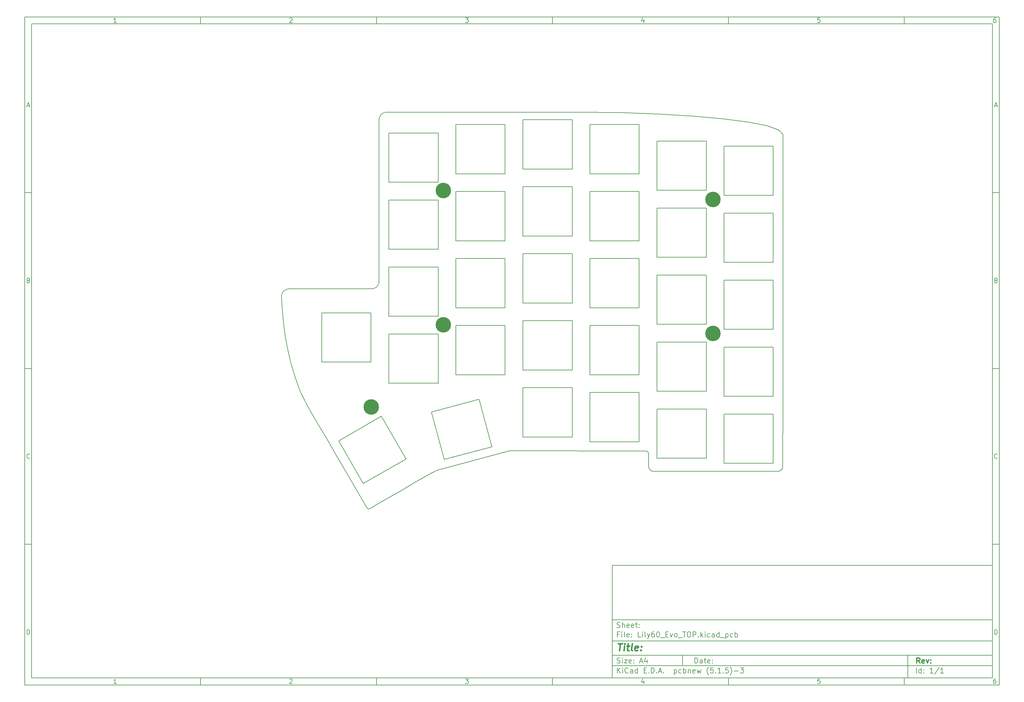
<source format=gbs>
G04 #@! TF.GenerationSoftware,KiCad,Pcbnew,(5.1.5)-3*
G04 #@! TF.CreationDate,2020-05-17T20:09:16+04:00*
G04 #@! TF.ProjectId,Lily60_Evo_TOP,4c696c79-3630-45f4-9576-6f5f544f502e,rev?*
G04 #@! TF.SameCoordinates,Original*
G04 #@! TF.FileFunction,Soldermask,Bot*
G04 #@! TF.FilePolarity,Negative*
%FSLAX46Y46*%
G04 Gerber Fmt 4.6, Leading zero omitted, Abs format (unit mm)*
G04 Created by KiCad (PCBNEW (5.1.5)-3) date 2020-05-17 20:09:16*
%MOMM*%
%LPD*%
G04 APERTURE LIST*
%ADD10C,0.100000*%
%ADD11C,0.150000*%
%ADD12C,0.300000*%
%ADD13C,0.400000*%
%ADD14C,0.200000*%
%ADD15C,4.400000*%
G04 APERTURE END LIST*
D10*
D11*
X177002200Y-166007200D02*
X177002200Y-198007200D01*
X285002200Y-198007200D01*
X285002200Y-166007200D01*
X177002200Y-166007200D01*
D10*
D11*
X10000000Y-10000000D02*
X10000000Y-200007200D01*
X287002200Y-200007200D01*
X287002200Y-10000000D01*
X10000000Y-10000000D01*
D10*
D11*
X12000000Y-12000000D02*
X12000000Y-198007200D01*
X285002200Y-198007200D01*
X285002200Y-12000000D01*
X12000000Y-12000000D01*
D10*
D11*
X60000000Y-12000000D02*
X60000000Y-10000000D01*
D10*
D11*
X110000000Y-12000000D02*
X110000000Y-10000000D01*
D10*
D11*
X160000000Y-12000000D02*
X160000000Y-10000000D01*
D10*
D11*
X210000000Y-12000000D02*
X210000000Y-10000000D01*
D10*
D11*
X260000000Y-12000000D02*
X260000000Y-10000000D01*
D10*
D11*
X36065476Y-11588095D02*
X35322619Y-11588095D01*
X35694047Y-11588095D02*
X35694047Y-10288095D01*
X35570238Y-10473809D01*
X35446428Y-10597619D01*
X35322619Y-10659523D01*
D10*
D11*
X85322619Y-10411904D02*
X85384523Y-10350000D01*
X85508333Y-10288095D01*
X85817857Y-10288095D01*
X85941666Y-10350000D01*
X86003571Y-10411904D01*
X86065476Y-10535714D01*
X86065476Y-10659523D01*
X86003571Y-10845238D01*
X85260714Y-11588095D01*
X86065476Y-11588095D01*
D10*
D11*
X135260714Y-10288095D02*
X136065476Y-10288095D01*
X135632142Y-10783333D01*
X135817857Y-10783333D01*
X135941666Y-10845238D01*
X136003571Y-10907142D01*
X136065476Y-11030952D01*
X136065476Y-11340476D01*
X136003571Y-11464285D01*
X135941666Y-11526190D01*
X135817857Y-11588095D01*
X135446428Y-11588095D01*
X135322619Y-11526190D01*
X135260714Y-11464285D01*
D10*
D11*
X185941666Y-10721428D02*
X185941666Y-11588095D01*
X185632142Y-10226190D02*
X185322619Y-11154761D01*
X186127380Y-11154761D01*
D10*
D11*
X236003571Y-10288095D02*
X235384523Y-10288095D01*
X235322619Y-10907142D01*
X235384523Y-10845238D01*
X235508333Y-10783333D01*
X235817857Y-10783333D01*
X235941666Y-10845238D01*
X236003571Y-10907142D01*
X236065476Y-11030952D01*
X236065476Y-11340476D01*
X236003571Y-11464285D01*
X235941666Y-11526190D01*
X235817857Y-11588095D01*
X235508333Y-11588095D01*
X235384523Y-11526190D01*
X235322619Y-11464285D01*
D10*
D11*
X285941666Y-10288095D02*
X285694047Y-10288095D01*
X285570238Y-10350000D01*
X285508333Y-10411904D01*
X285384523Y-10597619D01*
X285322619Y-10845238D01*
X285322619Y-11340476D01*
X285384523Y-11464285D01*
X285446428Y-11526190D01*
X285570238Y-11588095D01*
X285817857Y-11588095D01*
X285941666Y-11526190D01*
X286003571Y-11464285D01*
X286065476Y-11340476D01*
X286065476Y-11030952D01*
X286003571Y-10907142D01*
X285941666Y-10845238D01*
X285817857Y-10783333D01*
X285570238Y-10783333D01*
X285446428Y-10845238D01*
X285384523Y-10907142D01*
X285322619Y-11030952D01*
D10*
D11*
X60000000Y-198007200D02*
X60000000Y-200007200D01*
D10*
D11*
X110000000Y-198007200D02*
X110000000Y-200007200D01*
D10*
D11*
X160000000Y-198007200D02*
X160000000Y-200007200D01*
D10*
D11*
X210000000Y-198007200D02*
X210000000Y-200007200D01*
D10*
D11*
X260000000Y-198007200D02*
X260000000Y-200007200D01*
D10*
D11*
X36065476Y-199595295D02*
X35322619Y-199595295D01*
X35694047Y-199595295D02*
X35694047Y-198295295D01*
X35570238Y-198481009D01*
X35446428Y-198604819D01*
X35322619Y-198666723D01*
D10*
D11*
X85322619Y-198419104D02*
X85384523Y-198357200D01*
X85508333Y-198295295D01*
X85817857Y-198295295D01*
X85941666Y-198357200D01*
X86003571Y-198419104D01*
X86065476Y-198542914D01*
X86065476Y-198666723D01*
X86003571Y-198852438D01*
X85260714Y-199595295D01*
X86065476Y-199595295D01*
D10*
D11*
X135260714Y-198295295D02*
X136065476Y-198295295D01*
X135632142Y-198790533D01*
X135817857Y-198790533D01*
X135941666Y-198852438D01*
X136003571Y-198914342D01*
X136065476Y-199038152D01*
X136065476Y-199347676D01*
X136003571Y-199471485D01*
X135941666Y-199533390D01*
X135817857Y-199595295D01*
X135446428Y-199595295D01*
X135322619Y-199533390D01*
X135260714Y-199471485D01*
D10*
D11*
X185941666Y-198728628D02*
X185941666Y-199595295D01*
X185632142Y-198233390D02*
X185322619Y-199161961D01*
X186127380Y-199161961D01*
D10*
D11*
X236003571Y-198295295D02*
X235384523Y-198295295D01*
X235322619Y-198914342D01*
X235384523Y-198852438D01*
X235508333Y-198790533D01*
X235817857Y-198790533D01*
X235941666Y-198852438D01*
X236003571Y-198914342D01*
X236065476Y-199038152D01*
X236065476Y-199347676D01*
X236003571Y-199471485D01*
X235941666Y-199533390D01*
X235817857Y-199595295D01*
X235508333Y-199595295D01*
X235384523Y-199533390D01*
X235322619Y-199471485D01*
D10*
D11*
X285941666Y-198295295D02*
X285694047Y-198295295D01*
X285570238Y-198357200D01*
X285508333Y-198419104D01*
X285384523Y-198604819D01*
X285322619Y-198852438D01*
X285322619Y-199347676D01*
X285384523Y-199471485D01*
X285446428Y-199533390D01*
X285570238Y-199595295D01*
X285817857Y-199595295D01*
X285941666Y-199533390D01*
X286003571Y-199471485D01*
X286065476Y-199347676D01*
X286065476Y-199038152D01*
X286003571Y-198914342D01*
X285941666Y-198852438D01*
X285817857Y-198790533D01*
X285570238Y-198790533D01*
X285446428Y-198852438D01*
X285384523Y-198914342D01*
X285322619Y-199038152D01*
D10*
D11*
X10000000Y-60000000D02*
X12000000Y-60000000D01*
D10*
D11*
X10000000Y-110000000D02*
X12000000Y-110000000D01*
D10*
D11*
X10000000Y-160000000D02*
X12000000Y-160000000D01*
D10*
D11*
X10690476Y-35216666D02*
X11309523Y-35216666D01*
X10566666Y-35588095D02*
X11000000Y-34288095D01*
X11433333Y-35588095D01*
D10*
D11*
X11092857Y-84907142D02*
X11278571Y-84969047D01*
X11340476Y-85030952D01*
X11402380Y-85154761D01*
X11402380Y-85340476D01*
X11340476Y-85464285D01*
X11278571Y-85526190D01*
X11154761Y-85588095D01*
X10659523Y-85588095D01*
X10659523Y-84288095D01*
X11092857Y-84288095D01*
X11216666Y-84350000D01*
X11278571Y-84411904D01*
X11340476Y-84535714D01*
X11340476Y-84659523D01*
X11278571Y-84783333D01*
X11216666Y-84845238D01*
X11092857Y-84907142D01*
X10659523Y-84907142D01*
D10*
D11*
X11402380Y-135464285D02*
X11340476Y-135526190D01*
X11154761Y-135588095D01*
X11030952Y-135588095D01*
X10845238Y-135526190D01*
X10721428Y-135402380D01*
X10659523Y-135278571D01*
X10597619Y-135030952D01*
X10597619Y-134845238D01*
X10659523Y-134597619D01*
X10721428Y-134473809D01*
X10845238Y-134350000D01*
X11030952Y-134288095D01*
X11154761Y-134288095D01*
X11340476Y-134350000D01*
X11402380Y-134411904D01*
D10*
D11*
X10659523Y-185588095D02*
X10659523Y-184288095D01*
X10969047Y-184288095D01*
X11154761Y-184350000D01*
X11278571Y-184473809D01*
X11340476Y-184597619D01*
X11402380Y-184845238D01*
X11402380Y-185030952D01*
X11340476Y-185278571D01*
X11278571Y-185402380D01*
X11154761Y-185526190D01*
X10969047Y-185588095D01*
X10659523Y-185588095D01*
D10*
D11*
X287002200Y-60000000D02*
X285002200Y-60000000D01*
D10*
D11*
X287002200Y-110000000D02*
X285002200Y-110000000D01*
D10*
D11*
X287002200Y-160000000D02*
X285002200Y-160000000D01*
D10*
D11*
X285692676Y-35216666D02*
X286311723Y-35216666D01*
X285568866Y-35588095D02*
X286002200Y-34288095D01*
X286435533Y-35588095D01*
D10*
D11*
X286095057Y-84907142D02*
X286280771Y-84969047D01*
X286342676Y-85030952D01*
X286404580Y-85154761D01*
X286404580Y-85340476D01*
X286342676Y-85464285D01*
X286280771Y-85526190D01*
X286156961Y-85588095D01*
X285661723Y-85588095D01*
X285661723Y-84288095D01*
X286095057Y-84288095D01*
X286218866Y-84350000D01*
X286280771Y-84411904D01*
X286342676Y-84535714D01*
X286342676Y-84659523D01*
X286280771Y-84783333D01*
X286218866Y-84845238D01*
X286095057Y-84907142D01*
X285661723Y-84907142D01*
D10*
D11*
X286404580Y-135464285D02*
X286342676Y-135526190D01*
X286156961Y-135588095D01*
X286033152Y-135588095D01*
X285847438Y-135526190D01*
X285723628Y-135402380D01*
X285661723Y-135278571D01*
X285599819Y-135030952D01*
X285599819Y-134845238D01*
X285661723Y-134597619D01*
X285723628Y-134473809D01*
X285847438Y-134350000D01*
X286033152Y-134288095D01*
X286156961Y-134288095D01*
X286342676Y-134350000D01*
X286404580Y-134411904D01*
D10*
D11*
X285661723Y-185588095D02*
X285661723Y-184288095D01*
X285971247Y-184288095D01*
X286156961Y-184350000D01*
X286280771Y-184473809D01*
X286342676Y-184597619D01*
X286404580Y-184845238D01*
X286404580Y-185030952D01*
X286342676Y-185278571D01*
X286280771Y-185402380D01*
X286156961Y-185526190D01*
X285971247Y-185588095D01*
X285661723Y-185588095D01*
D10*
D11*
X200434342Y-193785771D02*
X200434342Y-192285771D01*
X200791485Y-192285771D01*
X201005771Y-192357200D01*
X201148628Y-192500057D01*
X201220057Y-192642914D01*
X201291485Y-192928628D01*
X201291485Y-193142914D01*
X201220057Y-193428628D01*
X201148628Y-193571485D01*
X201005771Y-193714342D01*
X200791485Y-193785771D01*
X200434342Y-193785771D01*
X202577200Y-193785771D02*
X202577200Y-193000057D01*
X202505771Y-192857200D01*
X202362914Y-192785771D01*
X202077200Y-192785771D01*
X201934342Y-192857200D01*
X202577200Y-193714342D02*
X202434342Y-193785771D01*
X202077200Y-193785771D01*
X201934342Y-193714342D01*
X201862914Y-193571485D01*
X201862914Y-193428628D01*
X201934342Y-193285771D01*
X202077200Y-193214342D01*
X202434342Y-193214342D01*
X202577200Y-193142914D01*
X203077200Y-192785771D02*
X203648628Y-192785771D01*
X203291485Y-192285771D02*
X203291485Y-193571485D01*
X203362914Y-193714342D01*
X203505771Y-193785771D01*
X203648628Y-193785771D01*
X204720057Y-193714342D02*
X204577200Y-193785771D01*
X204291485Y-193785771D01*
X204148628Y-193714342D01*
X204077200Y-193571485D01*
X204077200Y-193000057D01*
X204148628Y-192857200D01*
X204291485Y-192785771D01*
X204577200Y-192785771D01*
X204720057Y-192857200D01*
X204791485Y-193000057D01*
X204791485Y-193142914D01*
X204077200Y-193285771D01*
X205434342Y-193642914D02*
X205505771Y-193714342D01*
X205434342Y-193785771D01*
X205362914Y-193714342D01*
X205434342Y-193642914D01*
X205434342Y-193785771D01*
X205434342Y-192857200D02*
X205505771Y-192928628D01*
X205434342Y-193000057D01*
X205362914Y-192928628D01*
X205434342Y-192857200D01*
X205434342Y-193000057D01*
D10*
D11*
X177002200Y-194507200D02*
X285002200Y-194507200D01*
D10*
D11*
X178434342Y-196585771D02*
X178434342Y-195085771D01*
X179291485Y-196585771D02*
X178648628Y-195728628D01*
X179291485Y-195085771D02*
X178434342Y-195942914D01*
X179934342Y-196585771D02*
X179934342Y-195585771D01*
X179934342Y-195085771D02*
X179862914Y-195157200D01*
X179934342Y-195228628D01*
X180005771Y-195157200D01*
X179934342Y-195085771D01*
X179934342Y-195228628D01*
X181505771Y-196442914D02*
X181434342Y-196514342D01*
X181220057Y-196585771D01*
X181077200Y-196585771D01*
X180862914Y-196514342D01*
X180720057Y-196371485D01*
X180648628Y-196228628D01*
X180577200Y-195942914D01*
X180577200Y-195728628D01*
X180648628Y-195442914D01*
X180720057Y-195300057D01*
X180862914Y-195157200D01*
X181077200Y-195085771D01*
X181220057Y-195085771D01*
X181434342Y-195157200D01*
X181505771Y-195228628D01*
X182791485Y-196585771D02*
X182791485Y-195800057D01*
X182720057Y-195657200D01*
X182577200Y-195585771D01*
X182291485Y-195585771D01*
X182148628Y-195657200D01*
X182791485Y-196514342D02*
X182648628Y-196585771D01*
X182291485Y-196585771D01*
X182148628Y-196514342D01*
X182077200Y-196371485D01*
X182077200Y-196228628D01*
X182148628Y-196085771D01*
X182291485Y-196014342D01*
X182648628Y-196014342D01*
X182791485Y-195942914D01*
X184148628Y-196585771D02*
X184148628Y-195085771D01*
X184148628Y-196514342D02*
X184005771Y-196585771D01*
X183720057Y-196585771D01*
X183577200Y-196514342D01*
X183505771Y-196442914D01*
X183434342Y-196300057D01*
X183434342Y-195871485D01*
X183505771Y-195728628D01*
X183577200Y-195657200D01*
X183720057Y-195585771D01*
X184005771Y-195585771D01*
X184148628Y-195657200D01*
X186005771Y-195800057D02*
X186505771Y-195800057D01*
X186720057Y-196585771D02*
X186005771Y-196585771D01*
X186005771Y-195085771D01*
X186720057Y-195085771D01*
X187362914Y-196442914D02*
X187434342Y-196514342D01*
X187362914Y-196585771D01*
X187291485Y-196514342D01*
X187362914Y-196442914D01*
X187362914Y-196585771D01*
X188077200Y-196585771D02*
X188077200Y-195085771D01*
X188434342Y-195085771D01*
X188648628Y-195157200D01*
X188791485Y-195300057D01*
X188862914Y-195442914D01*
X188934342Y-195728628D01*
X188934342Y-195942914D01*
X188862914Y-196228628D01*
X188791485Y-196371485D01*
X188648628Y-196514342D01*
X188434342Y-196585771D01*
X188077200Y-196585771D01*
X189577200Y-196442914D02*
X189648628Y-196514342D01*
X189577200Y-196585771D01*
X189505771Y-196514342D01*
X189577200Y-196442914D01*
X189577200Y-196585771D01*
X190220057Y-196157200D02*
X190934342Y-196157200D01*
X190077200Y-196585771D02*
X190577200Y-195085771D01*
X191077200Y-196585771D01*
X191577200Y-196442914D02*
X191648628Y-196514342D01*
X191577200Y-196585771D01*
X191505771Y-196514342D01*
X191577200Y-196442914D01*
X191577200Y-196585771D01*
X194577200Y-195585771D02*
X194577200Y-197085771D01*
X194577200Y-195657200D02*
X194720057Y-195585771D01*
X195005771Y-195585771D01*
X195148628Y-195657200D01*
X195220057Y-195728628D01*
X195291485Y-195871485D01*
X195291485Y-196300057D01*
X195220057Y-196442914D01*
X195148628Y-196514342D01*
X195005771Y-196585771D01*
X194720057Y-196585771D01*
X194577200Y-196514342D01*
X196577200Y-196514342D02*
X196434342Y-196585771D01*
X196148628Y-196585771D01*
X196005771Y-196514342D01*
X195934342Y-196442914D01*
X195862914Y-196300057D01*
X195862914Y-195871485D01*
X195934342Y-195728628D01*
X196005771Y-195657200D01*
X196148628Y-195585771D01*
X196434342Y-195585771D01*
X196577200Y-195657200D01*
X197220057Y-196585771D02*
X197220057Y-195085771D01*
X197220057Y-195657200D02*
X197362914Y-195585771D01*
X197648628Y-195585771D01*
X197791485Y-195657200D01*
X197862914Y-195728628D01*
X197934342Y-195871485D01*
X197934342Y-196300057D01*
X197862914Y-196442914D01*
X197791485Y-196514342D01*
X197648628Y-196585771D01*
X197362914Y-196585771D01*
X197220057Y-196514342D01*
X198577200Y-195585771D02*
X198577200Y-196585771D01*
X198577200Y-195728628D02*
X198648628Y-195657200D01*
X198791485Y-195585771D01*
X199005771Y-195585771D01*
X199148628Y-195657200D01*
X199220057Y-195800057D01*
X199220057Y-196585771D01*
X200505771Y-196514342D02*
X200362914Y-196585771D01*
X200077200Y-196585771D01*
X199934342Y-196514342D01*
X199862914Y-196371485D01*
X199862914Y-195800057D01*
X199934342Y-195657200D01*
X200077200Y-195585771D01*
X200362914Y-195585771D01*
X200505771Y-195657200D01*
X200577200Y-195800057D01*
X200577200Y-195942914D01*
X199862914Y-196085771D01*
X201077200Y-195585771D02*
X201362914Y-196585771D01*
X201648628Y-195871485D01*
X201934342Y-196585771D01*
X202220057Y-195585771D01*
X204362914Y-197157200D02*
X204291485Y-197085771D01*
X204148628Y-196871485D01*
X204077200Y-196728628D01*
X204005771Y-196514342D01*
X203934342Y-196157200D01*
X203934342Y-195871485D01*
X204005771Y-195514342D01*
X204077200Y-195300057D01*
X204148628Y-195157200D01*
X204291485Y-194942914D01*
X204362914Y-194871485D01*
X205648628Y-195085771D02*
X204934342Y-195085771D01*
X204862914Y-195800057D01*
X204934342Y-195728628D01*
X205077200Y-195657200D01*
X205434342Y-195657200D01*
X205577200Y-195728628D01*
X205648628Y-195800057D01*
X205720057Y-195942914D01*
X205720057Y-196300057D01*
X205648628Y-196442914D01*
X205577200Y-196514342D01*
X205434342Y-196585771D01*
X205077200Y-196585771D01*
X204934342Y-196514342D01*
X204862914Y-196442914D01*
X206362914Y-196442914D02*
X206434342Y-196514342D01*
X206362914Y-196585771D01*
X206291485Y-196514342D01*
X206362914Y-196442914D01*
X206362914Y-196585771D01*
X207862914Y-196585771D02*
X207005771Y-196585771D01*
X207434342Y-196585771D02*
X207434342Y-195085771D01*
X207291485Y-195300057D01*
X207148628Y-195442914D01*
X207005771Y-195514342D01*
X208505771Y-196442914D02*
X208577200Y-196514342D01*
X208505771Y-196585771D01*
X208434342Y-196514342D01*
X208505771Y-196442914D01*
X208505771Y-196585771D01*
X209934342Y-195085771D02*
X209220057Y-195085771D01*
X209148628Y-195800057D01*
X209220057Y-195728628D01*
X209362914Y-195657200D01*
X209720057Y-195657200D01*
X209862914Y-195728628D01*
X209934342Y-195800057D01*
X210005771Y-195942914D01*
X210005771Y-196300057D01*
X209934342Y-196442914D01*
X209862914Y-196514342D01*
X209720057Y-196585771D01*
X209362914Y-196585771D01*
X209220057Y-196514342D01*
X209148628Y-196442914D01*
X210505771Y-197157200D02*
X210577200Y-197085771D01*
X210720057Y-196871485D01*
X210791485Y-196728628D01*
X210862914Y-196514342D01*
X210934342Y-196157200D01*
X210934342Y-195871485D01*
X210862914Y-195514342D01*
X210791485Y-195300057D01*
X210720057Y-195157200D01*
X210577200Y-194942914D01*
X210505771Y-194871485D01*
X211648628Y-196014342D02*
X212791485Y-196014342D01*
X213362914Y-195085771D02*
X214291485Y-195085771D01*
X213791485Y-195657200D01*
X214005771Y-195657200D01*
X214148628Y-195728628D01*
X214220057Y-195800057D01*
X214291485Y-195942914D01*
X214291485Y-196300057D01*
X214220057Y-196442914D01*
X214148628Y-196514342D01*
X214005771Y-196585771D01*
X213577200Y-196585771D01*
X213434342Y-196514342D01*
X213362914Y-196442914D01*
D10*
D11*
X177002200Y-191507200D02*
X285002200Y-191507200D01*
D10*
D12*
X264411485Y-193785771D02*
X263911485Y-193071485D01*
X263554342Y-193785771D02*
X263554342Y-192285771D01*
X264125771Y-192285771D01*
X264268628Y-192357200D01*
X264340057Y-192428628D01*
X264411485Y-192571485D01*
X264411485Y-192785771D01*
X264340057Y-192928628D01*
X264268628Y-193000057D01*
X264125771Y-193071485D01*
X263554342Y-193071485D01*
X265625771Y-193714342D02*
X265482914Y-193785771D01*
X265197200Y-193785771D01*
X265054342Y-193714342D01*
X264982914Y-193571485D01*
X264982914Y-193000057D01*
X265054342Y-192857200D01*
X265197200Y-192785771D01*
X265482914Y-192785771D01*
X265625771Y-192857200D01*
X265697200Y-193000057D01*
X265697200Y-193142914D01*
X264982914Y-193285771D01*
X266197200Y-192785771D02*
X266554342Y-193785771D01*
X266911485Y-192785771D01*
X267482914Y-193642914D02*
X267554342Y-193714342D01*
X267482914Y-193785771D01*
X267411485Y-193714342D01*
X267482914Y-193642914D01*
X267482914Y-193785771D01*
X267482914Y-192857200D02*
X267554342Y-192928628D01*
X267482914Y-193000057D01*
X267411485Y-192928628D01*
X267482914Y-192857200D01*
X267482914Y-193000057D01*
D10*
D11*
X178362914Y-193714342D02*
X178577200Y-193785771D01*
X178934342Y-193785771D01*
X179077200Y-193714342D01*
X179148628Y-193642914D01*
X179220057Y-193500057D01*
X179220057Y-193357200D01*
X179148628Y-193214342D01*
X179077200Y-193142914D01*
X178934342Y-193071485D01*
X178648628Y-193000057D01*
X178505771Y-192928628D01*
X178434342Y-192857200D01*
X178362914Y-192714342D01*
X178362914Y-192571485D01*
X178434342Y-192428628D01*
X178505771Y-192357200D01*
X178648628Y-192285771D01*
X179005771Y-192285771D01*
X179220057Y-192357200D01*
X179862914Y-193785771D02*
X179862914Y-192785771D01*
X179862914Y-192285771D02*
X179791485Y-192357200D01*
X179862914Y-192428628D01*
X179934342Y-192357200D01*
X179862914Y-192285771D01*
X179862914Y-192428628D01*
X180434342Y-192785771D02*
X181220057Y-192785771D01*
X180434342Y-193785771D01*
X181220057Y-193785771D01*
X182362914Y-193714342D02*
X182220057Y-193785771D01*
X181934342Y-193785771D01*
X181791485Y-193714342D01*
X181720057Y-193571485D01*
X181720057Y-193000057D01*
X181791485Y-192857200D01*
X181934342Y-192785771D01*
X182220057Y-192785771D01*
X182362914Y-192857200D01*
X182434342Y-193000057D01*
X182434342Y-193142914D01*
X181720057Y-193285771D01*
X183077200Y-193642914D02*
X183148628Y-193714342D01*
X183077200Y-193785771D01*
X183005771Y-193714342D01*
X183077200Y-193642914D01*
X183077200Y-193785771D01*
X183077200Y-192857200D02*
X183148628Y-192928628D01*
X183077200Y-193000057D01*
X183005771Y-192928628D01*
X183077200Y-192857200D01*
X183077200Y-193000057D01*
X184862914Y-193357200D02*
X185577200Y-193357200D01*
X184720057Y-193785771D02*
X185220057Y-192285771D01*
X185720057Y-193785771D01*
X186862914Y-192785771D02*
X186862914Y-193785771D01*
X186505771Y-192214342D02*
X186148628Y-193285771D01*
X187077200Y-193285771D01*
D10*
D11*
X263434342Y-196585771D02*
X263434342Y-195085771D01*
X264791485Y-196585771D02*
X264791485Y-195085771D01*
X264791485Y-196514342D02*
X264648628Y-196585771D01*
X264362914Y-196585771D01*
X264220057Y-196514342D01*
X264148628Y-196442914D01*
X264077200Y-196300057D01*
X264077200Y-195871485D01*
X264148628Y-195728628D01*
X264220057Y-195657200D01*
X264362914Y-195585771D01*
X264648628Y-195585771D01*
X264791485Y-195657200D01*
X265505771Y-196442914D02*
X265577200Y-196514342D01*
X265505771Y-196585771D01*
X265434342Y-196514342D01*
X265505771Y-196442914D01*
X265505771Y-196585771D01*
X265505771Y-195657200D02*
X265577200Y-195728628D01*
X265505771Y-195800057D01*
X265434342Y-195728628D01*
X265505771Y-195657200D01*
X265505771Y-195800057D01*
X268148628Y-196585771D02*
X267291485Y-196585771D01*
X267720057Y-196585771D02*
X267720057Y-195085771D01*
X267577200Y-195300057D01*
X267434342Y-195442914D01*
X267291485Y-195514342D01*
X269862914Y-195014342D02*
X268577200Y-196942914D01*
X271148628Y-196585771D02*
X270291485Y-196585771D01*
X270720057Y-196585771D02*
X270720057Y-195085771D01*
X270577200Y-195300057D01*
X270434342Y-195442914D01*
X270291485Y-195514342D01*
D10*
D11*
X177002200Y-187507200D02*
X285002200Y-187507200D01*
D10*
D13*
X178714580Y-188211961D02*
X179857438Y-188211961D01*
X179036009Y-190211961D02*
X179286009Y-188211961D01*
X180274104Y-190211961D02*
X180440771Y-188878628D01*
X180524104Y-188211961D02*
X180416961Y-188307200D01*
X180500295Y-188402438D01*
X180607438Y-188307200D01*
X180524104Y-188211961D01*
X180500295Y-188402438D01*
X181107438Y-188878628D02*
X181869342Y-188878628D01*
X181476485Y-188211961D02*
X181262200Y-189926247D01*
X181333628Y-190116723D01*
X181512200Y-190211961D01*
X181702676Y-190211961D01*
X182655057Y-190211961D02*
X182476485Y-190116723D01*
X182405057Y-189926247D01*
X182619342Y-188211961D01*
X184190771Y-190116723D02*
X183988390Y-190211961D01*
X183607438Y-190211961D01*
X183428866Y-190116723D01*
X183357438Y-189926247D01*
X183452676Y-189164342D01*
X183571723Y-188973866D01*
X183774104Y-188878628D01*
X184155057Y-188878628D01*
X184333628Y-188973866D01*
X184405057Y-189164342D01*
X184381247Y-189354819D01*
X183405057Y-189545295D01*
X185155057Y-190021485D02*
X185238390Y-190116723D01*
X185131247Y-190211961D01*
X185047914Y-190116723D01*
X185155057Y-190021485D01*
X185131247Y-190211961D01*
X185286009Y-188973866D02*
X185369342Y-189069104D01*
X185262200Y-189164342D01*
X185178866Y-189069104D01*
X185286009Y-188973866D01*
X185262200Y-189164342D01*
D10*
D11*
X178934342Y-185600057D02*
X178434342Y-185600057D01*
X178434342Y-186385771D02*
X178434342Y-184885771D01*
X179148628Y-184885771D01*
X179720057Y-186385771D02*
X179720057Y-185385771D01*
X179720057Y-184885771D02*
X179648628Y-184957200D01*
X179720057Y-185028628D01*
X179791485Y-184957200D01*
X179720057Y-184885771D01*
X179720057Y-185028628D01*
X180648628Y-186385771D02*
X180505771Y-186314342D01*
X180434342Y-186171485D01*
X180434342Y-184885771D01*
X181791485Y-186314342D02*
X181648628Y-186385771D01*
X181362914Y-186385771D01*
X181220057Y-186314342D01*
X181148628Y-186171485D01*
X181148628Y-185600057D01*
X181220057Y-185457200D01*
X181362914Y-185385771D01*
X181648628Y-185385771D01*
X181791485Y-185457200D01*
X181862914Y-185600057D01*
X181862914Y-185742914D01*
X181148628Y-185885771D01*
X182505771Y-186242914D02*
X182577200Y-186314342D01*
X182505771Y-186385771D01*
X182434342Y-186314342D01*
X182505771Y-186242914D01*
X182505771Y-186385771D01*
X182505771Y-185457200D02*
X182577200Y-185528628D01*
X182505771Y-185600057D01*
X182434342Y-185528628D01*
X182505771Y-185457200D01*
X182505771Y-185600057D01*
X185077200Y-186385771D02*
X184362914Y-186385771D01*
X184362914Y-184885771D01*
X185577200Y-186385771D02*
X185577200Y-185385771D01*
X185577200Y-184885771D02*
X185505771Y-184957200D01*
X185577200Y-185028628D01*
X185648628Y-184957200D01*
X185577200Y-184885771D01*
X185577200Y-185028628D01*
X186505771Y-186385771D02*
X186362914Y-186314342D01*
X186291485Y-186171485D01*
X186291485Y-184885771D01*
X186934342Y-185385771D02*
X187291485Y-186385771D01*
X187648628Y-185385771D02*
X187291485Y-186385771D01*
X187148628Y-186742914D01*
X187077200Y-186814342D01*
X186934342Y-186885771D01*
X188862914Y-184885771D02*
X188577200Y-184885771D01*
X188434342Y-184957200D01*
X188362914Y-185028628D01*
X188220057Y-185242914D01*
X188148628Y-185528628D01*
X188148628Y-186100057D01*
X188220057Y-186242914D01*
X188291485Y-186314342D01*
X188434342Y-186385771D01*
X188720057Y-186385771D01*
X188862914Y-186314342D01*
X188934342Y-186242914D01*
X189005771Y-186100057D01*
X189005771Y-185742914D01*
X188934342Y-185600057D01*
X188862914Y-185528628D01*
X188720057Y-185457200D01*
X188434342Y-185457200D01*
X188291485Y-185528628D01*
X188220057Y-185600057D01*
X188148628Y-185742914D01*
X189934342Y-184885771D02*
X190077200Y-184885771D01*
X190220057Y-184957200D01*
X190291485Y-185028628D01*
X190362914Y-185171485D01*
X190434342Y-185457200D01*
X190434342Y-185814342D01*
X190362914Y-186100057D01*
X190291485Y-186242914D01*
X190220057Y-186314342D01*
X190077200Y-186385771D01*
X189934342Y-186385771D01*
X189791485Y-186314342D01*
X189720057Y-186242914D01*
X189648628Y-186100057D01*
X189577200Y-185814342D01*
X189577200Y-185457200D01*
X189648628Y-185171485D01*
X189720057Y-185028628D01*
X189791485Y-184957200D01*
X189934342Y-184885771D01*
X190720057Y-186528628D02*
X191862914Y-186528628D01*
X192220057Y-185600057D02*
X192720057Y-185600057D01*
X192934342Y-186385771D02*
X192220057Y-186385771D01*
X192220057Y-184885771D01*
X192934342Y-184885771D01*
X193434342Y-185385771D02*
X193791485Y-186385771D01*
X194148628Y-185385771D01*
X194934342Y-186385771D02*
X194791485Y-186314342D01*
X194720057Y-186242914D01*
X194648628Y-186100057D01*
X194648628Y-185671485D01*
X194720057Y-185528628D01*
X194791485Y-185457200D01*
X194934342Y-185385771D01*
X195148628Y-185385771D01*
X195291485Y-185457200D01*
X195362914Y-185528628D01*
X195434342Y-185671485D01*
X195434342Y-186100057D01*
X195362914Y-186242914D01*
X195291485Y-186314342D01*
X195148628Y-186385771D01*
X194934342Y-186385771D01*
X195720057Y-186528628D02*
X196862914Y-186528628D01*
X197005771Y-184885771D02*
X197862914Y-184885771D01*
X197434342Y-186385771D02*
X197434342Y-184885771D01*
X198648628Y-184885771D02*
X198934342Y-184885771D01*
X199077200Y-184957200D01*
X199220057Y-185100057D01*
X199291485Y-185385771D01*
X199291485Y-185885771D01*
X199220057Y-186171485D01*
X199077200Y-186314342D01*
X198934342Y-186385771D01*
X198648628Y-186385771D01*
X198505771Y-186314342D01*
X198362914Y-186171485D01*
X198291485Y-185885771D01*
X198291485Y-185385771D01*
X198362914Y-185100057D01*
X198505771Y-184957200D01*
X198648628Y-184885771D01*
X199934342Y-186385771D02*
X199934342Y-184885771D01*
X200505771Y-184885771D01*
X200648628Y-184957200D01*
X200720057Y-185028628D01*
X200791485Y-185171485D01*
X200791485Y-185385771D01*
X200720057Y-185528628D01*
X200648628Y-185600057D01*
X200505771Y-185671485D01*
X199934342Y-185671485D01*
X201434342Y-186242914D02*
X201505771Y-186314342D01*
X201434342Y-186385771D01*
X201362914Y-186314342D01*
X201434342Y-186242914D01*
X201434342Y-186385771D01*
X202148628Y-186385771D02*
X202148628Y-184885771D01*
X202291485Y-185814342D02*
X202720057Y-186385771D01*
X202720057Y-185385771D02*
X202148628Y-185957200D01*
X203362914Y-186385771D02*
X203362914Y-185385771D01*
X203362914Y-184885771D02*
X203291485Y-184957200D01*
X203362914Y-185028628D01*
X203434342Y-184957200D01*
X203362914Y-184885771D01*
X203362914Y-185028628D01*
X204720057Y-186314342D02*
X204577200Y-186385771D01*
X204291485Y-186385771D01*
X204148628Y-186314342D01*
X204077200Y-186242914D01*
X204005771Y-186100057D01*
X204005771Y-185671485D01*
X204077200Y-185528628D01*
X204148628Y-185457200D01*
X204291485Y-185385771D01*
X204577200Y-185385771D01*
X204720057Y-185457200D01*
X206005771Y-186385771D02*
X206005771Y-185600057D01*
X205934342Y-185457200D01*
X205791485Y-185385771D01*
X205505771Y-185385771D01*
X205362914Y-185457200D01*
X206005771Y-186314342D02*
X205862914Y-186385771D01*
X205505771Y-186385771D01*
X205362914Y-186314342D01*
X205291485Y-186171485D01*
X205291485Y-186028628D01*
X205362914Y-185885771D01*
X205505771Y-185814342D01*
X205862914Y-185814342D01*
X206005771Y-185742914D01*
X207362914Y-186385771D02*
X207362914Y-184885771D01*
X207362914Y-186314342D02*
X207220057Y-186385771D01*
X206934342Y-186385771D01*
X206791485Y-186314342D01*
X206720057Y-186242914D01*
X206648628Y-186100057D01*
X206648628Y-185671485D01*
X206720057Y-185528628D01*
X206791485Y-185457200D01*
X206934342Y-185385771D01*
X207220057Y-185385771D01*
X207362914Y-185457200D01*
X207720057Y-186528628D02*
X208862914Y-186528628D01*
X209220057Y-185385771D02*
X209220057Y-186885771D01*
X209220057Y-185457200D02*
X209362914Y-185385771D01*
X209648628Y-185385771D01*
X209791485Y-185457200D01*
X209862914Y-185528628D01*
X209934342Y-185671485D01*
X209934342Y-186100057D01*
X209862914Y-186242914D01*
X209791485Y-186314342D01*
X209648628Y-186385771D01*
X209362914Y-186385771D01*
X209220057Y-186314342D01*
X211220057Y-186314342D02*
X211077200Y-186385771D01*
X210791485Y-186385771D01*
X210648628Y-186314342D01*
X210577200Y-186242914D01*
X210505771Y-186100057D01*
X210505771Y-185671485D01*
X210577200Y-185528628D01*
X210648628Y-185457200D01*
X210791485Y-185385771D01*
X211077200Y-185385771D01*
X211220057Y-185457200D01*
X211862914Y-186385771D02*
X211862914Y-184885771D01*
X211862914Y-185457200D02*
X212005771Y-185385771D01*
X212291485Y-185385771D01*
X212434342Y-185457200D01*
X212505771Y-185528628D01*
X212577200Y-185671485D01*
X212577200Y-186100057D01*
X212505771Y-186242914D01*
X212434342Y-186314342D01*
X212291485Y-186385771D01*
X212005771Y-186385771D01*
X211862914Y-186314342D01*
D10*
D11*
X177002200Y-181507200D02*
X285002200Y-181507200D01*
D10*
D11*
X178362914Y-183614342D02*
X178577200Y-183685771D01*
X178934342Y-183685771D01*
X179077200Y-183614342D01*
X179148628Y-183542914D01*
X179220057Y-183400057D01*
X179220057Y-183257200D01*
X179148628Y-183114342D01*
X179077200Y-183042914D01*
X178934342Y-182971485D01*
X178648628Y-182900057D01*
X178505771Y-182828628D01*
X178434342Y-182757200D01*
X178362914Y-182614342D01*
X178362914Y-182471485D01*
X178434342Y-182328628D01*
X178505771Y-182257200D01*
X178648628Y-182185771D01*
X179005771Y-182185771D01*
X179220057Y-182257200D01*
X179862914Y-183685771D02*
X179862914Y-182185771D01*
X180505771Y-183685771D02*
X180505771Y-182900057D01*
X180434342Y-182757200D01*
X180291485Y-182685771D01*
X180077200Y-182685771D01*
X179934342Y-182757200D01*
X179862914Y-182828628D01*
X181791485Y-183614342D02*
X181648628Y-183685771D01*
X181362914Y-183685771D01*
X181220057Y-183614342D01*
X181148628Y-183471485D01*
X181148628Y-182900057D01*
X181220057Y-182757200D01*
X181362914Y-182685771D01*
X181648628Y-182685771D01*
X181791485Y-182757200D01*
X181862914Y-182900057D01*
X181862914Y-183042914D01*
X181148628Y-183185771D01*
X183077200Y-183614342D02*
X182934342Y-183685771D01*
X182648628Y-183685771D01*
X182505771Y-183614342D01*
X182434342Y-183471485D01*
X182434342Y-182900057D01*
X182505771Y-182757200D01*
X182648628Y-182685771D01*
X182934342Y-182685771D01*
X183077200Y-182757200D01*
X183148628Y-182900057D01*
X183148628Y-183042914D01*
X182434342Y-183185771D01*
X183577200Y-182685771D02*
X184148628Y-182685771D01*
X183791485Y-182185771D02*
X183791485Y-183471485D01*
X183862914Y-183614342D01*
X184005771Y-183685771D01*
X184148628Y-183685771D01*
X184648628Y-183542914D02*
X184720057Y-183614342D01*
X184648628Y-183685771D01*
X184577200Y-183614342D01*
X184648628Y-183542914D01*
X184648628Y-183685771D01*
X184648628Y-182757200D02*
X184720057Y-182828628D01*
X184648628Y-182900057D01*
X184577200Y-182828628D01*
X184648628Y-182757200D01*
X184648628Y-182900057D01*
D10*
D11*
X197002200Y-191507200D02*
X197002200Y-194507200D01*
D10*
D11*
X261002200Y-191507200D02*
X261002200Y-198007200D01*
D14*
X225444553Y-138027496D02*
X225357217Y-138309152D01*
X225219001Y-138563961D02*
X225035913Y-138785913D01*
X224559152Y-139107218D02*
X224277496Y-139194553D01*
X225450000Y-137750000D02*
X225444553Y-138027496D01*
X225035913Y-138785913D02*
X224813960Y-138969002D01*
X224813960Y-138969002D02*
X224559152Y-139107218D01*
X225357217Y-138309152D02*
X225219001Y-138563961D01*
X204850000Y-139200000D02*
X224277496Y-139194553D01*
X225459999Y-119289735D02*
X225450000Y-137750000D01*
X208700000Y-122950000D02*
X222700000Y-122950000D01*
X222700000Y-122950000D02*
X222700000Y-136950000D01*
X222700000Y-136950000D02*
X208700000Y-136950000D01*
X208700000Y-136950000D02*
X208700000Y-122950000D01*
X106241750Y-142715431D02*
X99241752Y-130591074D01*
X118366106Y-135715431D02*
X106241750Y-142715431D01*
X111366105Y-123591077D02*
X118366106Y-135715431D01*
X99241752Y-130591074D02*
X111366105Y-123591077D01*
X129249637Y-135874873D02*
X125626172Y-122351912D01*
X142772599Y-132251408D02*
X129249637Y-135874873D01*
X139149132Y-118728447D02*
X142772599Y-132251408D01*
X125626172Y-122351912D02*
X139149132Y-118728447D01*
X208700000Y-117900000D02*
X208700000Y-103900000D01*
X222700000Y-117900000D02*
X208700000Y-117900000D01*
X222700000Y-103900000D02*
X222700000Y-117900000D01*
X208700000Y-103900000D02*
X222700000Y-103900000D01*
X208700000Y-98850000D02*
X208700000Y-84850000D01*
X222700000Y-98850000D02*
X208700000Y-98850000D01*
X222700000Y-84850000D02*
X222700000Y-98850000D01*
X208700000Y-84850000D02*
X222700000Y-84850000D01*
X208700000Y-79800000D02*
X208700000Y-65800000D01*
X222700000Y-79800000D02*
X208700000Y-79800000D01*
X222700000Y-65800000D02*
X222700000Y-79800000D01*
X208700000Y-65800000D02*
X222700000Y-65800000D01*
X208700000Y-60750000D02*
X208700000Y-46750000D01*
X222700000Y-60750000D02*
X208700000Y-60750000D01*
X222700000Y-46750000D02*
X222700000Y-60750000D01*
X208700000Y-46750000D02*
X222700000Y-46750000D01*
X189700000Y-135500000D02*
X189700000Y-121500000D01*
X203700000Y-135500000D02*
X189700000Y-135500000D01*
X203700000Y-121500000D02*
X203700000Y-135500000D01*
X189700000Y-121500000D02*
X203700000Y-121500000D01*
X189700000Y-116450000D02*
X189700000Y-102450000D01*
X203700000Y-116450000D02*
X189700000Y-116450000D01*
X203700000Y-102450000D02*
X203700000Y-116450000D01*
X189700000Y-102450000D02*
X203700000Y-102450000D01*
X189700000Y-97400000D02*
X189700000Y-83400000D01*
X203700000Y-97400000D02*
X189700000Y-97400000D01*
X203700000Y-83400000D02*
X203700000Y-97400000D01*
X189700000Y-83400000D02*
X203700000Y-83400000D01*
X189700000Y-78350000D02*
X189700000Y-64350000D01*
X203700000Y-78350000D02*
X189700000Y-78350000D01*
X203700000Y-64350000D02*
X203700000Y-78350000D01*
X189700000Y-64350000D02*
X203700000Y-64350000D01*
X189700000Y-59300000D02*
X189700000Y-45300000D01*
X203700000Y-59300000D02*
X189700000Y-59300000D01*
X203700000Y-45300000D02*
X203700000Y-59300000D01*
X189700000Y-45300000D02*
X203700000Y-45300000D01*
X170600000Y-130800000D02*
X170600000Y-116800000D01*
X184600000Y-130800000D02*
X170600000Y-130800000D01*
X184600000Y-116800000D02*
X184600000Y-130800000D01*
X170600000Y-116800000D02*
X184600000Y-116800000D01*
X170600000Y-111750000D02*
X170600000Y-97750000D01*
X184600000Y-111750000D02*
X170600000Y-111750000D01*
X184600000Y-97750000D02*
X184600000Y-111750000D01*
X170600000Y-97750000D02*
X184600000Y-97750000D01*
X170600000Y-92700000D02*
X170600000Y-78700000D01*
X184600000Y-92700000D02*
X170600000Y-92700000D01*
X184600000Y-78700000D02*
X184600000Y-92700000D01*
X170600000Y-78700000D02*
X184600000Y-78700000D01*
X170600000Y-73650000D02*
X170600000Y-59650000D01*
X184600000Y-73650000D02*
X170600000Y-73650000D01*
X184600000Y-59650000D02*
X184600000Y-73650000D01*
X170600000Y-59650000D02*
X184600000Y-59650000D01*
X170600000Y-54600000D02*
X170600000Y-40600000D01*
X184600000Y-54600000D02*
X170600000Y-54600000D01*
X184600000Y-40600000D02*
X184600000Y-54600000D01*
X170600000Y-40600000D02*
X184600000Y-40600000D01*
X94400000Y-108150000D02*
X94400000Y-94150000D01*
X108400000Y-108150000D02*
X94400000Y-108150000D01*
X108400000Y-94150000D02*
X108400000Y-108150000D01*
X94400000Y-94150000D02*
X108400000Y-94150000D01*
X113500000Y-114150000D02*
X113500000Y-100150000D01*
X127500000Y-114150000D02*
X113500000Y-114150000D01*
X127500000Y-100150000D02*
X127500000Y-114150000D01*
X113500000Y-100150000D02*
X127500000Y-100150000D01*
X113500000Y-95100000D02*
X113500000Y-81100000D01*
X127500000Y-95100000D02*
X113500000Y-95100000D01*
X127500000Y-81100000D02*
X127500000Y-95100000D01*
X113500000Y-81100000D02*
X127500000Y-81100000D01*
X113500000Y-76050000D02*
X113500000Y-62050000D01*
X127500000Y-76050000D02*
X113500000Y-76050000D01*
X127500000Y-62050000D02*
X127500000Y-76050000D01*
X113500000Y-62050000D02*
X127500000Y-62050000D01*
X132500000Y-111750000D02*
X132500000Y-97750000D01*
X146500000Y-111750000D02*
X132500000Y-111750000D01*
X146500000Y-97750000D02*
X146500000Y-111750000D01*
X132500000Y-97750000D02*
X146500000Y-97750000D01*
X132500000Y-92700000D02*
X132500000Y-78700000D01*
X146500000Y-92700000D02*
X132500000Y-92700000D01*
X146500000Y-78700000D02*
X146500000Y-92700000D01*
X132500000Y-78700000D02*
X146500000Y-78700000D01*
X132500000Y-73650000D02*
X132500000Y-59650000D01*
X146500000Y-73650000D02*
X132500000Y-73650000D01*
X146500000Y-59650000D02*
X146500000Y-73650000D01*
X132500000Y-59650000D02*
X146500000Y-59650000D01*
X151600000Y-129450000D02*
X151600000Y-115450000D01*
X165600000Y-129450000D02*
X151600000Y-129450000D01*
X165600000Y-115450000D02*
X165600000Y-129450000D01*
X151600000Y-115450000D02*
X165600000Y-115450000D01*
X151600000Y-110400000D02*
X151600000Y-96400000D01*
X165600000Y-110400000D02*
X151600000Y-110400000D01*
X165600000Y-96400000D02*
X165600000Y-110400000D01*
X151600000Y-96400000D02*
X165600000Y-96400000D01*
X151600000Y-91350000D02*
X151600000Y-77350000D01*
X165600000Y-91350000D02*
X151600000Y-91350000D01*
X165600000Y-77350000D02*
X165600000Y-91350000D01*
X151600000Y-77350000D02*
X165600000Y-77350000D01*
X151600000Y-72300000D02*
X151600000Y-58300000D01*
X165600000Y-72300000D02*
X151600000Y-72300000D01*
X165600000Y-58300000D02*
X165600000Y-72300000D01*
X151600000Y-58300000D02*
X165600000Y-58300000D01*
X151600000Y-53250000D02*
X151600000Y-39250000D01*
X165600000Y-53250000D02*
X151600000Y-53250000D01*
X165600000Y-39250000D02*
X165600000Y-53250000D01*
X151600000Y-39250000D02*
X165600000Y-39250000D01*
X132500000Y-54600000D02*
X132500000Y-40600000D01*
X146500000Y-54600000D02*
X132500000Y-54600000D01*
X146500000Y-40600000D02*
X146500000Y-54600000D01*
X132500000Y-40600000D02*
X146500000Y-40600000D01*
X113500000Y-57000000D02*
X113500000Y-43000000D01*
X127500000Y-57000000D02*
X113500000Y-57000000D01*
X127500000Y-43000000D02*
X127500000Y-57000000D01*
X113500000Y-43000000D02*
X127500000Y-43000000D01*
X111105790Y-38059525D02*
X110903109Y-38433244D01*
X83948756Y-87719784D02*
X83624327Y-87986874D01*
X83624327Y-87986874D02*
X83357586Y-88311735D01*
X109761041Y-86972420D02*
X110086513Y-86703891D01*
X109387388Y-87175137D02*
X109761041Y-86972420D01*
X110086513Y-86703891D02*
X110354995Y-86378361D01*
X85185665Y-87347787D02*
X108530757Y-87347983D01*
X110557675Y-86004642D02*
X110685745Y-85591546D01*
X83357586Y-88311735D02*
X83156811Y-88686086D01*
X110685745Y-85591546D02*
X110730392Y-85147885D01*
X112073396Y-37262748D02*
X111699744Y-37465465D01*
X110903109Y-38433244D02*
X110775040Y-38846339D01*
X110775040Y-38846339D02*
X110730392Y-39290000D01*
X84322599Y-87518750D02*
X83948756Y-87719784D01*
X112486419Y-37134656D02*
X112073396Y-37262748D01*
X83156811Y-88686086D02*
X83030277Y-89101641D01*
X110354995Y-86378361D02*
X110557675Y-86004642D01*
X110730392Y-85147885D02*
X110730392Y-39290000D01*
X83030277Y-89101641D02*
X82986260Y-89550119D01*
X84737579Y-87392055D02*
X84322599Y-87518750D01*
X111699744Y-37465465D02*
X111374272Y-37733994D01*
X111374272Y-37733994D02*
X111105790Y-38059525D01*
X108530784Y-87347885D02*
X108974366Y-87303229D01*
X85185421Y-87347983D02*
X84737579Y-87392055D01*
X108974366Y-87303229D02*
X109387388Y-87175137D01*
X112930000Y-37090000D02*
X112486419Y-37134656D01*
X187714087Y-138785913D02*
X187530998Y-138563960D01*
X188472504Y-139194553D02*
X188190848Y-139107217D01*
X187530998Y-138563960D02*
X187392782Y-138309152D01*
X188190848Y-139107217D02*
X187936039Y-138969001D01*
X187392782Y-138309152D02*
X187305447Y-138027496D01*
X188750000Y-139200000D02*
X188472504Y-139194553D01*
X187936039Y-138969001D02*
X187714087Y-138785913D01*
X186658574Y-133452455D02*
G75*
G02X187300000Y-134150000I-58574J-697545D01*
G01*
X124667888Y-140255128D02*
X127100000Y-138950000D01*
X120963416Y-142391346D02*
X124667888Y-140255128D01*
X117258944Y-144527564D02*
X120963416Y-142391346D01*
X113554472Y-146663782D02*
X117258944Y-144527564D01*
X127100000Y-138950000D02*
X147900000Y-133400000D01*
X187300000Y-134150000D02*
X187305447Y-138027496D01*
X147900000Y-133400000D02*
X186658574Y-133452455D01*
X109882452Y-148801617D02*
X113554472Y-146663782D01*
X188750000Y-139200000D02*
X204850000Y-139200000D01*
X115211711Y-37086762D02*
X112930000Y-37090000D01*
X199807654Y-38170488D02*
X189919538Y-37585374D01*
X208420758Y-38945561D02*
X199807654Y-38170488D01*
X215525697Y-39885159D02*
X208420758Y-38945561D01*
X220889319Y-40963847D02*
X215525697Y-39885159D01*
X178989563Y-37215654D02*
X167250881Y-37086762D01*
X189919538Y-37585374D02*
X178989563Y-37215654D01*
X225460000Y-52918378D02*
X225460000Y-62400000D01*
X225460000Y-43436755D02*
X225460000Y-52918378D01*
X125619545Y-37086762D02*
X115211711Y-37086762D01*
X136027379Y-37086762D02*
X125619545Y-37086762D01*
X146435213Y-37086762D02*
X136027379Y-37086762D01*
X156843047Y-37086762D02*
X146435213Y-37086762D01*
X167250881Y-37086762D02*
X156843047Y-37086762D01*
X88291758Y-116318073D02*
X89993333Y-119989540D01*
X86863105Y-112530670D02*
X88291758Y-116318073D01*
X85688004Y-108649127D02*
X86863105Y-112530670D01*
X84747083Y-104695246D02*
X85688004Y-108649127D01*
X84020972Y-100690825D02*
X84747083Y-104695246D01*
X83490297Y-96657663D02*
X84020972Y-100690825D01*
X83135690Y-92617561D02*
X83490297Y-96657663D01*
X82986260Y-89550119D02*
X83135690Y-92617561D01*
X108038864Y-149857278D02*
X108206758Y-149771756D01*
X107880206Y-149904468D02*
X108038864Y-149857278D01*
X107731252Y-149913974D02*
X107880206Y-149904468D01*
X107592470Y-149886445D02*
X107731252Y-149913974D01*
X107464328Y-149822532D02*
X107592470Y-149886445D01*
X107347295Y-149722884D02*
X107464328Y-149822532D01*
X107241837Y-149588150D02*
X107347295Y-149722884D01*
X107148425Y-149418979D02*
X107241837Y-149588150D01*
X108206758Y-149771756D02*
X109882452Y-148801617D01*
X101722730Y-140052659D02*
X107148425Y-149418979D01*
X100047036Y-137186340D02*
X101722730Y-140052659D01*
X98371341Y-134320020D02*
X100047036Y-137186340D01*
X96695647Y-131453701D02*
X98371341Y-134320020D01*
X95019952Y-128587381D02*
X96695647Y-131453701D01*
X93344258Y-125721062D02*
X95019952Y-128587381D01*
X91668563Y-122854742D02*
X93344258Y-125721062D01*
X89992869Y-119988423D02*
X91668563Y-122854742D01*
X224278471Y-42156190D02*
X220889319Y-40963847D01*
X225460000Y-43436755D02*
X224278471Y-42156190D01*
X225460000Y-109808112D02*
X225459999Y-119289735D01*
X225460000Y-100326490D02*
X225460000Y-109808112D01*
X225460000Y-90844867D02*
X225460000Y-100326490D01*
X225460000Y-81363245D02*
X225460000Y-90844867D01*
X225460000Y-71881623D02*
X225460000Y-81363245D01*
X225460000Y-62400000D02*
X225460000Y-71881623D01*
D15*
X129000000Y-59400000D03*
X205600000Y-61900000D03*
X129000000Y-97600000D03*
X205600000Y-100000000D03*
X108500000Y-120900000D03*
M02*

</source>
